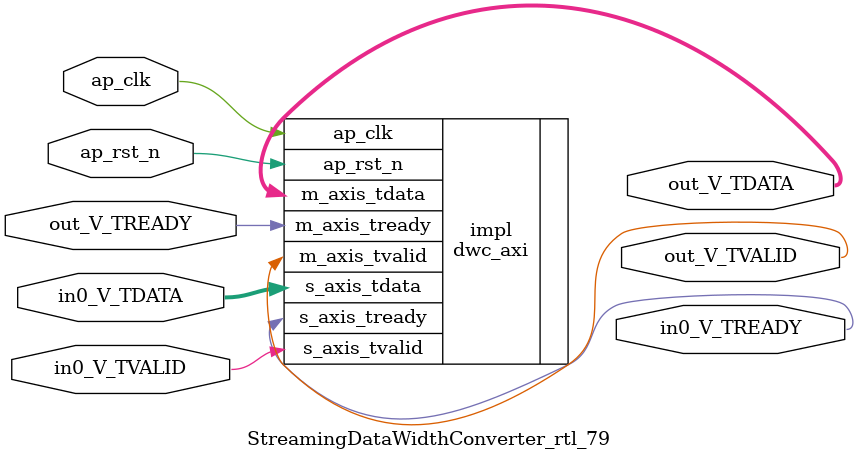
<source format=v>
/******************************************************************************
 * Copyright (C) 2023, Advanced Micro Devices, Inc.
 * All rights reserved.
 *
 * Redistribution and use in source and binary forms, with or without
 * modification, are permitted provided that the following conditions are met:
 *
 *  1. Redistributions of source code must retain the above copyright notice,
 *     this list of conditions and the following disclaimer.
 *
 *  2. Redistributions in binary form must reproduce the above copyright
 *     notice, this list of conditions and the following disclaimer in the
 *     documentation and/or other materials provided with the distribution.
 *
 *  3. Neither the name of the copyright holder nor the names of its
 *     contributors may be used to endorse or promote products derived from
 *     this software without specific prior written permission.
 *
 * THIS SOFTWARE IS PROVIDED BY THE COPYRIGHT HOLDERS AND CONTRIBUTORS "AS IS"
 * AND ANY EXPRESS OR IMPLIED WARRANTIES, INCLUDING, BUT NOT LIMITED TO,
 * THE IMPLIED WARRANTIES OF MERCHANTABILITY AND FITNESS FOR A PARTICULAR
 * PURPOSE ARE DISCLAIMED. IN NO EVENT SHALL THE COPYRIGHT HOLDER OR
 * CONTRIBUTORS BE LIABLE FOR ANY DIRECT, INDIRECT, INCIDENTAL, SPECIAL,
 * EXEMPLARY, OR CONSEQUENTIAL DAMAGES (INCLUDING, BUT NOT LIMITED TO,
 * PROCUREMENT OF SUBSTITUTE GOODS OR SERVICES; LOSS OF USE, DATA, OR PROFITS;
 * OR BUSINESS INTERRUPTION). HOWEVER CAUSED AND ON ANY THEORY OF LIABILITY,
 * WHETHER IN CONTRACT, STRICT LIABILITY, OR TORT (INCLUDING NEGLIGENCE OR
 * OTHERWISE) ARISING IN ANY WAY OUT OF THE USE OF THIS SOFTWARE, EVEN IF
 * ADVISED OF THE POSSIBILITY OF SUCH DAMAGE.
 *****************************************************************************/

module StreamingDataWidthConverter_rtl_79 #(
	parameter  IBITS = 5,
	parameter  OBITS = 250,

	parameter  AXI_IBITS = (IBITS+7)/8 * 8,
	parameter  AXI_OBITS = (OBITS+7)/8 * 8
)(
	//- Global Control ------------------
	(* X_INTERFACE_INFO = "xilinx.com:signal:clock:1.0 ap_clk CLK" *)
	(* X_INTERFACE_PARAMETER = "ASSOCIATED_BUSIF in0_V:out_V, ASSOCIATED_RESET ap_rst_n" *)
	input	ap_clk,
	(* X_INTERFACE_PARAMETER = "POLARITY ACTIVE_LOW" *)
	input	ap_rst_n,

	//- AXI Stream - Input --------------
	output	in0_V_TREADY,
	input	in0_V_TVALID,
	input	[AXI_IBITS-1:0]  in0_V_TDATA,

	//- AXI Stream - Output -------------
	input	out_V_TREADY,
	output	out_V_TVALID,
	output	[AXI_OBITS-1:0]  out_V_TDATA
);

	dwc_axi #(
		.IBITS(IBITS),
		.OBITS(OBITS)
	) impl (
		.ap_clk(ap_clk),
		.ap_rst_n(ap_rst_n),
		.s_axis_tready(in0_V_TREADY),
		.s_axis_tvalid(in0_V_TVALID),
		.s_axis_tdata(in0_V_TDATA),
		.m_axis_tready(out_V_TREADY),
		.m_axis_tvalid(out_V_TVALID),
		.m_axis_tdata(out_V_TDATA)
	);

endmodule

</source>
